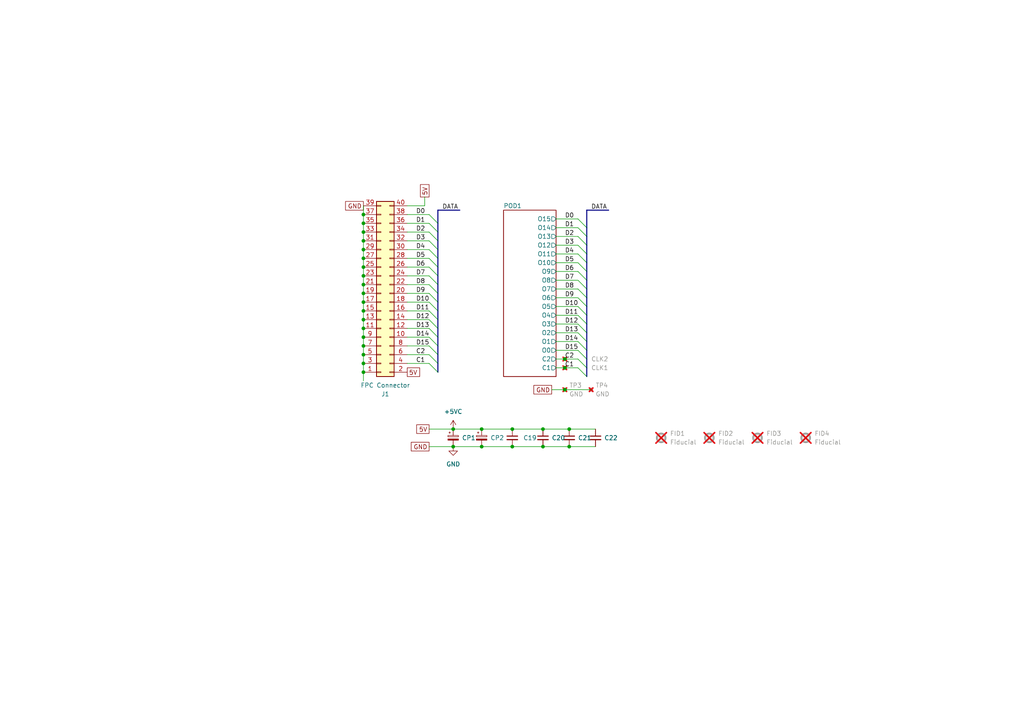
<source format=kicad_sch>
(kicad_sch (version 20231120) (generator "eeschema") (generator_version "8.0")
  (paper "A4")
  (lib_symbols
    (symbol "Connector:TestPoint_Small" (pin_numbers hide) (pin_names (offset 0.762) hide)
      (property "Reference" "TP" (at 0 3.81 0))
      (property "Value" "TestPoint_Small" (at 0 2.032 0))
      (symbol "TestPoint_Small_0_1"
        (circle (center 0 0) (radius 0.508))
      )
      (symbol "TestPoint_Small_1_1"
        (pin passive line (at 0 0 90) (length 0) (name "1") (number "1"))
      )
    )
    (symbol "Connector_Generic:Conn_02x20_Odd_Even" (pin_names (offset 1.016) hide)
      (property "Reference" "J" (at 1.27 25.4 0))
      (property "Value" "Conn_02x20_Odd_Even" (at 1.27 -27.94 0))
      (symbol "Conn_02x20_Odd_Even_1_1"
        (rectangle (start -1.27 -25.273) (end 0 -25.527) (stroke (width 0.1524)))
        (rectangle (start -1.27 -22.733) (end 0 -22.987) (stroke (width 0.1524)))
        (rectangle (start -1.27 -20.193) (end 0 -20.447) (stroke (width 0.1524)))
        (rectangle (start -1.27 -17.653) (end 0 -17.907) (stroke (width 0.1524)))
        (rectangle (start -1.27 -15.113) (end 0 -15.367) (stroke (width 0.1524)))
        (rectangle (start -1.27 -12.573) (end 0 -12.827) (stroke (width 0.1524)))
        (rectangle (start -1.27 -10.033) (end 0 -10.287) (stroke (width 0.1524)))
        (rectangle (start -1.27 -7.493) (end 0 -7.747) (stroke (width 0.1524)))
        (rectangle (start -1.27 -4.953) (end 0 -5.207) (stroke (width 0.1524)))
        (rectangle (start -1.27 -2.413) (end 0 -2.667) (stroke (width 0.1524)))
        (rectangle (start -1.27 0.127) (end 0 -0.127) (stroke (width 0.1524)))
        (rectangle (start -1.27 2.667) (end 0 2.413) (stroke (width 0.1524)))
        (rectangle (start -1.27 5.207) (end 0 4.953) (stroke (width 0.1524)))
        (rectangle (start -1.27 7.747) (end 0 7.493) (stroke (width 0.1524)))
        (rectangle (start -1.27 10.287) (end 0 10.033) (stroke (width 0.1524)))
        (rectangle (start -1.27 12.827) (end 0 12.573) (stroke (width 0.1524)))
        (rectangle (start -1.27 15.367) (end 0 15.113) (stroke (width 0.1524)))
        (rectangle (start -1.27 17.907) (end 0 17.653) (stroke (width 0.1524)))
        (rectangle (start -1.27 20.447) (end 0 20.193) (stroke (width 0.1524)))
        (rectangle (start -1.27 22.987) (end 0 22.733) (stroke (width 0.1524)))
        (rectangle (start -1.27 24.13) (end 3.81 -26.67) (stroke (width 0.254)) (fill (type background)))
        (rectangle (start 3.81 -25.273) (end 2.54 -25.527) (stroke (width 0.1524)))
        (rectangle (start 3.81 -22.733) (end 2.54 -22.987) (stroke (width 0.1524)))
        (rectangle (start 3.81 -20.193) (end 2.54 -20.447) (stroke (width 0.1524)))
        (rectangle (start 3.81 -17.653) (end 2.54 -17.907) (stroke (width 0.1524)))
        (rectangle (start 3.81 -15.113) (end 2.54 -15.367) (stroke (width 0.1524)))
        (rectangle (start 3.81 -12.573) (end 2.54 -12.827) (stroke (width 0.1524)))
        (rectangle (start 3.81 -10.033) (end 2.54 -10.287) (stroke (width 0.1524)))
        (rectangle (start 3.81 -7.493) (end 2.54 -7.747) (stroke (width 0.1524)))
        (rectangle (start 3.81 -4.953) (end 2.54 -5.207) (stroke (width 0.1524)))
        (rectangle (start 3.81 -2.413) (end 2.54 -2.667) (stroke (width 0.1524)))
        (rectangle (start 3.81 0.127) (end 2.54 -0.127) (stroke (width 0.1524)))
        (rectangle (start 3.81 2.667) (end 2.54 2.413) (stroke (width 0.1524)))
        (rectangle (start 3.81 5.207) (end 2.54 4.953) (stroke (width 0.1524)))
        (rectangle (start 3.81 7.747) (end 2.54 7.493) (stroke (width 0.1524)))
        (rectangle (start 3.81 10.287) (end 2.54 10.033) (stroke (width 0.1524)))
        (rectangle (start 3.81 12.827) (end 2.54 12.573) (stroke (width 0.1524)))
        (rectangle (start 3.81 15.367) (end 2.54 15.113) (stroke (width 0.1524)))
        (rectangle (start 3.81 17.907) (end 2.54 17.653) (stroke (width 0.1524)))
        (rectangle (start 3.81 20.447) (end 2.54 20.193) (stroke (width 0.1524)))
        (rectangle (start 3.81 22.987) (end 2.54 22.733) (stroke (width 0.1524)))
        (pin passive line (at -5.08 22.86 0) (length 3.81) (name "Pin_1") (number "1"))
        (pin passive line (at 7.62 12.7 180) (length 3.81) (name "Pin_10") (number "10"))
        (pin passive line (at -5.08 10.16 0) (length 3.81) (name "Pin_11") (number "11"))
        (pin passive line (at 7.62 10.16 180) (length 3.81) (name "Pin_12") (number "12"))
        (pin passive line (at -5.08 7.62 0) (length 3.81) (name "Pin_13") (number "13"))
        (pin passive line (at 7.62 7.62 180) (length 3.81) (name "Pin_14") (number "14"))
        (pin passive line (at -5.08 5.08 0) (length 3.81) (name "Pin_15") (number "15"))
        (pin passive line (at 7.62 5.08 180) (length 3.81) (name "Pin_16") (number "16"))
        (pin passive line (at -5.08 2.54 0) (length 3.81) (name "Pin_17") (number "17"))
        (pin passive line (at 7.62 2.54 180) (length 3.81) (name "Pin_18") (number "18"))
        (pin passive line (at -5.08 0 0) (length 3.81) (name "Pin_19") (number "19"))
        (pin passive line (at 7.62 22.86 180) (length 3.81) (name "Pin_2") (number "2"))
        (pin passive line (at 7.62 0 180) (length 3.81) (name "Pin_20") (number "20"))
        (pin passive line (at -5.08 -2.54 0) (length 3.81) (name "Pin_21") (number "21"))
        (pin passive line (at 7.62 -2.54 180) (length 3.81) (name "Pin_22") (number "22"))
        (pin passive line (at -5.08 -5.08 0) (length 3.81) (name "Pin_23") (number "23"))
        (pin passive line (at 7.62 -5.08 180) (length 3.81) (name "Pin_24") (number "24"))
        (pin passive line (at -5.08 -7.62 0) (length 3.81) (name "Pin_25") (number "25"))
        (pin passive line (at 7.62 -7.62 180) (length 3.81) (name "Pin_26") (number "26"))
        (pin passive line (at -5.08 -10.16 0) (length 3.81) (name "Pin_27") (number "27"))
        (pin passive line (at 7.62 -10.16 180) (length 3.81) (name "Pin_28") (number "28"))
        (pin passive line (at -5.08 -12.7 0) (length 3.81) (name "Pin_29") (number "29"))
        (pin passive line (at -5.08 20.32 0) (length 3.81) (name "Pin_3") (number "3"))
        (pin passive line (at 7.62 -12.7 180) (length 3.81) (name "Pin_30") (number "30"))
        (pin passive line (at -5.08 -15.24 0) (length 3.81) (name "Pin_31") (number "31"))
        (pin passive line (at 7.62 -15.24 180) (length 3.81) (name "Pin_32") (number "32"))
        (pin passive line (at -5.08 -17.78 0) (length 3.81) (name "Pin_33") (number "33"))
        (pin passive line (at 7.62 -17.78 180) (length 3.81) (name "Pin_34") (number "34"))
        (pin passive line (at -5.08 -20.32 0) (length 3.81) (name "Pin_35") (number "35"))
        (pin passive line (at 7.62 -20.32 180) (length 3.81) (name "Pin_36") (number "36"))
        (pin passive line (at -5.08 -22.86 0) (length 3.81) (name "Pin_37") (number "37"))
        (pin passive line (at 7.62 -22.86 180) (length 3.81) (name "Pin_38") (number "38"))
        (pin passive line (at -5.08 -25.4 0) (length 3.81) (name "Pin_39") (number "39"))
        (pin passive line (at 7.62 20.32 180) (length 3.81) (name "Pin_4") (number "4"))
        (pin passive line (at 7.62 -25.4 180) (length 3.81) (name "Pin_40") (number "40"))
        (pin passive line (at -5.08 17.78 0) (length 3.81) (name "Pin_5") (number "5"))
        (pin passive line (at 7.62 17.78 180) (length 3.81) (name "Pin_6") (number "6"))
        (pin passive line (at -5.08 15.24 0) (length 3.81) (name "Pin_7") (number "7"))
        (pin passive line (at 7.62 15.24 180) (length 3.81) (name "Pin_8") (number "8"))
        (pin passive line (at -5.08 12.7 0) (length 3.81) (name "Pin_9") (number "9"))
      )
    )
    (symbol "Device:C_Polarized_Small" (pin_numbers hide) (pin_names (offset 0.254) hide)
      (property "Reference" "C" (at 0.254 1.778 0))
      (property "Value" "C_Polarized_Small" (at 0.254 -2.032 0))
      (symbol "C_Polarized_Small_0_1"
        (rectangle (start -1.524 -0.3048) (end 1.524 -0.6858) (fill (type outline)))
        (rectangle (start -1.524 0.6858) (end 1.524 0.3048))
        (polyline (pts (xy -1.27 1.524) (xy -0.762 1.524)))
        (polyline (pts (xy -1.016 1.27) (xy -1.016 1.778)))
      )
      (symbol "C_Polarized_Small_1_1"
        (pin passive line (at 0 2.54 270) (length 1.8542) (name "~") (number "1"))
        (pin passive line (at 0 -2.54 90) (length 1.8542) (name "~") (number "2"))
      )
    )
    (symbol "Device:C_Small" (pin_numbers hide) (pin_names (offset 0.254) hide)
      (property "Reference" "C" (at 0.254 1.778 0))
      (property "Value" "C_Small" (at 0.254 -2.032 0))
      (symbol "C_Small_0_1"
        (polyline (pts (xy -1.524 -0.508) (xy 1.524 -0.508)) (stroke (width 0.3302)))
        (polyline (pts (xy -1.524 0.508) (xy 1.524 0.508)) (stroke (width 0.3048)))
      )
      (symbol "C_Small_1_1"
        (pin passive line (at 0 2.54 270) (length 2.032) (name "~") (number "1"))
        (pin passive line (at 0 -2.54 90) (length 2.032) (name "~") (number "2"))
      )
    )
    (symbol "Mechanical:Fiducial" (exclude_from_sim yes) (in_bom no)
      (property "Reference" "FID" (at 0 5.08 0))
      (property "Value" "Fiducial" (at 0 3.175 0))
      (symbol "Fiducial_0_1"
        (circle (center 0 0) (radius 1.27) (stroke (width 0.508)) (fill (type background)))
      )
    )
    (symbol "power:+5VD" (power) (pin_names (offset 0))
      (property "Value" "+5VD" (at 0 3.556 0))
      (symbol "+5VD_0_1"
        (polyline (pts (xy -0.762 1.27) (xy 0 2.54)))
        (polyline (pts (xy 0 0) (xy 0 2.54)))
        (polyline (pts (xy 0 2.54) (xy 0.762 1.27)))
      )
      (symbol "+5VD_1_1"
        (pin power_in line (at 0 0 90) (length 0) hide (name "+5VD") (number "1"))
      )
    )
    (symbol "power:GND" (power) (pin_names (offset 0))
      (property "Value" "GND" (at 0 -3.81 0))
      (symbol "GND_0_1"
        (polyline (pts (xy 0 0) (xy 0 -1.27) (xy 1.27 -1.27) (xy 0 -2.54) (xy -1.27 -1.27) (xy 0 -1.27)))
      )
      (symbol "GND_1_1"
        (pin power_in line (at 0 0 270) (length 0) hide (name "GND") (number "1"))
      )
    )
  )
  (junction (at 105.41 85.09))
  (junction (at 131.445 129.54))
  (junction (at 163.83 106.68))
  (junction (at 105.41 100.33))
  (junction (at 105.41 87.63))
  (junction (at 105.41 102.87))
  (junction (at 131.445 124.46))
  (junction (at 105.41 72.39))
  (junction (at 105.41 67.31))
  (junction (at 157.48 129.54))
  (junction (at 148.59 129.54))
  (junction (at 105.41 77.47))
  (junction (at 105.41 105.41))
  (junction (at 105.41 69.85))
  (junction (at 165.1 129.54))
  (junction (at 148.59 124.46))
  (junction (at 163.83 113.03))
  (junction (at 105.41 64.77))
  (junction (at 139.7 129.54))
  (junction (at 105.41 62.23))
  (junction (at 105.41 97.79))
  (junction (at 105.41 74.93))
  (junction (at 105.41 82.55))
  (junction (at 105.41 107.95))
  (junction (at 105.41 80.01))
  (junction (at 157.48 124.46))
  (junction (at 163.83 104.14))
  (junction (at 165.1 124.46))
  (junction (at 139.7 124.46))
  (junction (at 105.41 90.17))
  (junction (at 105.41 95.25))
  (junction (at 105.41 92.71))
  (bus_entry (at 167.64 101.6) (size 2.54 2.54))
  (bus_entry (at 167.64 104.14) (size 2.54 2.54))
  (bus_entry (at 124.46 105.41) (size 2.54 2.54))
  (bus_entry (at 124.46 67.31) (size 2.54 2.54))
  (bus_entry (at 167.64 99.06) (size 2.54 2.54))
  (bus_entry (at 124.46 90.17) (size 2.54 2.54))
  (bus_entry (at 124.46 82.55) (size 2.54 2.54))
  (bus_entry (at 167.64 76.2) (size 2.54 2.54))
  (bus_entry (at 167.64 68.58) (size 2.54 2.54))
  (bus_entry (at 167.64 71.12) (size 2.54 2.54))
  (bus_entry (at 124.46 62.23) (size 2.54 2.54))
  (bus_entry (at 124.46 100.33) (size 2.54 2.54))
  (bus_entry (at 167.64 93.98) (size 2.54 2.54))
  (bus_entry (at 124.46 77.47) (size 2.54 2.54))
  (bus_entry (at 167.64 86.36) (size 2.54 2.54))
  (bus_entry (at 124.46 69.85) (size 2.54 2.54))
  (bus_entry (at 167.64 91.44) (size 2.54 2.54))
  (bus_entry (at 124.46 74.93) (size 2.54 2.54))
  (bus_entry (at 124.46 92.71) (size 2.54 2.54))
  (bus_entry (at 124.46 95.25) (size 2.54 2.54))
  (bus_entry (at 167.64 88.9) (size 2.54 2.54))
  (bus_entry (at 124.46 97.79) (size 2.54 2.54))
  (bus_entry (at 167.64 106.68) (size 2.54 2.54))
  (bus_entry (at 167.64 73.66) (size 2.54 2.54))
  (bus_entry (at 124.46 85.09) (size 2.54 2.54))
  (bus_entry (at 124.46 102.87) (size 2.54 2.54))
  (bus_entry (at 167.64 96.52) (size 2.54 2.54))
  (bus_entry (at 124.46 80.01) (size 2.54 2.54))
  (bus_entry (at 167.64 63.5) (size 2.54 2.54))
  (bus_entry (at 124.46 64.77) (size 2.54 2.54))
  (bus_entry (at 124.46 87.63) (size 2.54 2.54))
  (bus_entry (at 167.64 81.28) (size 2.54 2.54))
  (bus_entry (at 167.64 83.82) (size 2.54 2.54))
  (bus_entry (at 124.46 72.39) (size 2.54 2.54))
  (bus_entry (at 167.64 66.04) (size 2.54 2.54))
  (bus_entry (at 167.64 78.74) (size 2.54 2.54))
  (bus (pts (xy 176.53 60.96) (xy 170.18 60.96)))
  (wire (pts (xy 139.7 124.46) (xy 148.59 124.46)))
  (wire (pts (xy 118.11 102.87) (xy 124.46 102.87)))
  (wire (pts (xy 118.11 69.85) (xy 124.46 69.85)))
  (wire (pts (xy 118.11 87.63) (xy 124.46 87.63)))
  (wire (pts (xy 118.11 80.01) (xy 124.46 80.01)))
  (bus (pts (xy 170.18 104.14) (xy 170.18 106.68)))
  (bus (pts (xy 170.18 78.74) (xy 170.18 81.28)))
  (wire (pts (xy 123.19 59.69) (xy 118.11 59.69)))
  (bus (pts (xy 127 87.63) (xy 127 90.17)))
  (wire (pts (xy 118.11 97.79) (xy 124.46 97.79)))
  (wire (pts (xy 161.29 81.28) (xy 167.64 81.28)))
  (wire (pts (xy 105.41 95.25) (xy 105.41 97.79)))
  (bus (pts (xy 127 64.77) (xy 127 67.31)))
  (wire (pts (xy 131.445 124.46) (xy 139.7 124.46)))
  (wire (pts (xy 161.29 104.14) (xy 163.83 104.14)))
  (wire (pts (xy 161.29 91.44) (xy 167.64 91.44)))
  (bus (pts (xy 170.18 66.04) (xy 170.18 68.58)))
  (wire (pts (xy 161.29 101.6) (xy 167.64 101.6)))
  (bus (pts (xy 127 92.71) (xy 127 95.25)))
  (wire (pts (xy 161.29 96.52) (xy 167.64 96.52)))
  (wire (pts (xy 123.19 57.15) (xy 123.19 59.69)))
  (bus (pts (xy 127 100.33) (xy 127 102.87)))
  (bus (pts (xy 127 72.39) (xy 127 74.93)))
  (wire (pts (xy 118.11 64.77) (xy 124.46 64.77)))
  (wire (pts (xy 157.48 124.46) (xy 165.1 124.46)))
  (wire (pts (xy 105.41 105.41) (xy 105.41 107.95)))
  (bus (pts (xy 170.18 101.6) (xy 170.18 104.14)))
  (bus (pts (xy 170.18 71.12) (xy 170.18 73.66)))
  (wire (pts (xy 105.41 107.95) (xy 105.41 110.49)))
  (wire (pts (xy 118.11 74.93) (xy 124.46 74.93)))
  (wire (pts (xy 105.41 59.69) (xy 105.41 62.23)))
  (bus (pts (xy 170.18 99.06) (xy 170.18 101.6)))
  (wire (pts (xy 118.11 82.55) (xy 124.46 82.55)))
  (wire (pts (xy 131.445 129.54) (xy 139.7 129.54)))
  (wire (pts (xy 105.41 92.71) (xy 105.41 95.25)))
  (bus (pts (xy 170.18 60.96) (xy 170.18 66.04)))
  (wire (pts (xy 161.29 71.12) (xy 167.64 71.12)))
  (wire (pts (xy 160.02 113.03) (xy 163.83 113.03)))
  (bus (pts (xy 127 105.41) (xy 127 107.95)))
  (wire (pts (xy 105.41 102.87) (xy 105.41 105.41)))
  (wire (pts (xy 105.41 85.09) (xy 105.41 87.63)))
  (bus (pts (xy 170.18 106.68) (xy 170.18 109.22)))
  (bus (pts (xy 170.18 83.82) (xy 170.18 86.36)))
  (bus (pts (xy 127 85.09) (xy 127 87.63)))
  (wire (pts (xy 148.59 124.46) (xy 157.48 124.46)))
  (wire (pts (xy 161.29 83.82) (xy 167.64 83.82)))
  (bus (pts (xy 127 97.79) (xy 127 100.33)))
  (wire (pts (xy 105.41 97.79) (xy 105.41 100.33)))
  (wire (pts (xy 148.59 129.54) (xy 157.48 129.54)))
  (bus (pts (xy 170.18 81.28) (xy 170.18 83.82)))
  (bus (pts (xy 170.18 88.9) (xy 170.18 91.44)))
  (wire (pts (xy 105.41 74.93) (xy 105.41 77.47)))
  (wire (pts (xy 105.41 80.01) (xy 105.41 82.55)))
  (wire (pts (xy 105.41 67.31) (xy 105.41 69.85)))
  (bus (pts (xy 170.18 68.58) (xy 170.18 71.12)))
  (bus (pts (xy 127 102.87) (xy 127 105.41)))
  (bus (pts (xy 127 90.17) (xy 127 92.71)))
  (bus (pts (xy 127 82.55) (xy 127 85.09)))
  (wire (pts (xy 161.29 76.2) (xy 167.64 76.2)))
  (wire (pts (xy 161.29 63.5) (xy 167.64 63.5)))
  (wire (pts (xy 139.7 129.54) (xy 148.59 129.54)))
  (wire (pts (xy 118.11 67.31) (xy 124.46 67.31)))
  (wire (pts (xy 105.41 87.63) (xy 105.41 90.17)))
  (wire (pts (xy 105.41 100.33) (xy 105.41 102.87)))
  (wire (pts (xy 165.1 124.46) (xy 172.72 124.46)))
  (wire (pts (xy 161.29 106.68) (xy 163.83 106.68)))
  (wire (pts (xy 161.29 88.9) (xy 167.64 88.9)))
  (wire (pts (xy 161.29 73.66) (xy 167.64 73.66)))
  (wire (pts (xy 161.29 86.36) (xy 167.64 86.36)))
  (wire (pts (xy 118.11 77.47) (xy 124.46 77.47)))
  (wire (pts (xy 124.46 124.46) (xy 131.445 124.46)))
  (wire (pts (xy 163.83 104.14) (xy 167.64 104.14)))
  (wire (pts (xy 105.41 82.55) (xy 105.41 85.09)))
  (bus (pts (xy 170.18 76.2) (xy 170.18 78.74)))
  (wire (pts (xy 118.11 105.41) (xy 124.46 105.41)))
  (bus (pts (xy 127 67.31) (xy 127 69.85)))
  (wire (pts (xy 161.29 66.04) (xy 167.64 66.04)))
  (wire (pts (xy 118.11 85.09) (xy 124.46 85.09)))
  (wire (pts (xy 105.41 77.47) (xy 105.41 80.01)))
  (wire (pts (xy 163.83 106.68) (xy 167.64 106.68)))
  (wire (pts (xy 105.41 90.17) (xy 105.41 92.71)))
  (wire (pts (xy 118.11 62.23) (xy 124.46 62.23)))
  (wire (pts (xy 105.41 72.39) (xy 105.41 74.93)))
  (wire (pts (xy 118.11 100.33) (xy 124.46 100.33)))
  (wire (pts (xy 165.1 129.54) (xy 172.72 129.54)))
  (bus (pts (xy 170.18 91.44) (xy 170.18 93.98)))
  (wire (pts (xy 161.29 78.74) (xy 167.64 78.74)))
  (wire (pts (xy 161.29 99.06) (xy 167.64 99.06)))
  (wire (pts (xy 163.83 113.03) (xy 171.45 113.03)))
  (bus (pts (xy 170.18 86.36) (xy 170.18 88.9)))
  (wire (pts (xy 118.11 92.71) (xy 124.46 92.71)))
  (wire (pts (xy 105.41 69.85) (xy 105.41 72.39)))
  (bus (pts (xy 170.18 73.66) (xy 170.18 76.2)))
  (bus (pts (xy 127 80.01) (xy 127 82.55)))
  (wire (pts (xy 118.11 72.39) (xy 124.46 72.39)))
  (wire (pts (xy 161.29 93.98) (xy 167.64 93.98)))
  (bus (pts (xy 170.18 96.52) (xy 170.18 99.06)))
  (bus (pts (xy 127 69.85) (xy 127 72.39)))
  (wire (pts (xy 105.41 62.23) (xy 105.41 64.77)))
  (wire (pts (xy 161.29 68.58) (xy 167.64 68.58)))
  (wire (pts (xy 118.11 90.17) (xy 124.46 90.17)))
  (wire (pts (xy 124.46 129.54) (xy 131.445 129.54)))
  (bus (pts (xy 170.18 93.98) (xy 170.18 96.52)))
  (wire (pts (xy 105.41 64.77) (xy 105.41 67.31)))
  (bus (pts (xy 127 74.93) (xy 127 77.47)))
  (wire (pts (xy 157.48 129.54) (xy 165.1 129.54)))
  (bus (pts (xy 127 77.47) (xy 127 80.01)))
  (wire (pts (xy 118.11 95.25) (xy 124.46 95.25)))
  (bus (pts (xy 127 60.96) (xy 127 64.77)))
  (bus (pts (xy 127 95.25) (xy 127 97.79)))
  (bus (pts (xy 133.35 60.96) (xy 127 60.96)))
  (label "D2" (at 163.83 68.58 0))
  (label "D8" (at 120.65 82.55 0))
  (label "D6" (at 163.83 78.74 0))
  (label "D15" (at 120.65 100.33 0))
  (label "D11" (at 120.65 90.17 0))
  (label "D12" (at 163.83 93.98 0))
  (label "D13" (at 163.83 96.52 0))
  (label "D8" (at 163.83 83.82 0))
  (label "D15" (at 163.83 101.6 0))
  (label "D2" (at 120.65 67.31 0))
  (label "D0" (at 120.65 62.23 0))
  (label "D4" (at 120.65 72.39 0))
  (label "DATA" (at 128.27 60.96 0))
  (label "D1" (at 163.83 66.04 0))
  (label "D7" (at 163.83 81.28 0))
  (label "D7" (at 120.65 80.01 0))
  (label "D1" (at 120.65 64.77 0))
  (label "D6" (at 120.65 77.47 0))
  (label "D9" (at 163.83 86.36 0))
  (label "D0" (at 163.83 63.5 0))
  (label "D10" (at 163.83 88.9 0))
  (label "D12" (at 120.65 92.71 0))
  (label "C2" (at 163.83 104.14 0))
  (label "D10" (at 120.65 87.63 0))
  (label "D14" (at 120.65 97.79 0))
  (label "D5" (at 120.65 74.93 0))
  (label "DATA" (at 171.45 60.96 0))
  (label "D3" (at 163.83 71.12 0))
  (label "D11" (at 163.83 91.44 0))
  (label "C1" (at 163.83 106.68 0))
  (label "D4" (at 163.83 73.66 0))
  (label "D5" (at 163.83 76.2 0))
  (label "D14" (at 163.83 99.06 0))
  (label "C2" (at 120.65 102.87 0))
  (label "D3" (at 120.65 69.85 0))
  (label "D13" (at 120.65 95.25 0))
  (label "D9" (at 120.65 85.09 0))
  (label "C1" (at 120.65 105.41 0))
  (global_label "GND" (shape passive) (at 160.02 113.03 180) (property "Intersheetrefs" "${INTERSHEET_REFS}" (effects (hide yes))))
  (global_label "5V" (shape passive) (at 124.46 124.46 180) (property "Intersheetrefs" "${INTERSHEET_REFS}" (effects (hide yes))))
  (global_label "5V" (shape passive) (at 118.11 107.95 0) (property "Intersheetrefs" "${INTERSHEET_REFS}" (effects (hide yes))))
  (global_label "5V" (shape passive) (at 123.19 57.15 90) (property "Intersheetrefs" "${INTERSHEET_REFS}" (effects (hide yes))))
  (global_label "GND" (shape passive) (at 105.41 59.69 180) (property "Intersheetrefs" "${INTERSHEET_REFS}" (effects (hide yes))))
  (global_label "GND" (shape passive) (at 124.46 129.54 180) (property "Intersheetrefs" "${INTERSHEET_REFS}" (effects (hide yes))))
  (symbol (lib_id "Connector:TestPoint_Small") (at 163.83 104.14 0) (mirror x) (unit 1) (in_bom no) (dnp yes)
    (property "Reference" "TP1" (effects (hide yes)))
    (property "Value" "CLK2" (at 171.45 104.14 0) (effects (justify left)))
    (property "Footprint" "TestPoint:TestPoint_THTPad_1.0x1.0mm_Drill0.5mm" (effects (hide yes)))
    (property "Description" "test point" (effects (hide yes)))
  )
  (symbol (lib_id "Connector_Generic:Conn_02x20_Odd_Even") (at 110.49 85.09 0) (mirror x) (unit 1)
    (property "Reference" "J1" (at 111.76 114.3 0))
    (property "Value" "FPC Connector" (at 111.76 111.76 0))
    (property "Footprint" "Connector_FFC-FPC:Hirose_FH12-40S-0.5SH_1x40-1MP_P0.50mm_Horizontal" (effects (hide yes)))
  )
  (symbol (lib_id "Device:C_Polarized_Small") (at 139.7 127 0) (unit 1)
    (property "Reference" "CP2" (at 142.24 127 0) (effects (justify left)))
    (property "Value" "PPWR" (effects (hide yes)))
    (property "Footprint" "Capacitor_Tantalum_SMD:CP_EIA-7343-31_Kemet-D" (effects (hide yes)))
    (property "Mouser Part Number" "667-EEF-CS1D100R" (effects (hide yes)))
  )
  (symbol (lib_id "Mechanical:Fiducial") (at 205.74 127 0) (unit 1) (exclude_from_sim yes) (in_bom no) (dnp yes)
    (property "Reference" "FID2" (at 208.28 125.7299 0) (effects (justify left)))
    (property "Value" "Fiducial" (at 208.28 128.2699 0) (effects (justify left)))
    (property "Description" "Fiducial Marker" (effects (hide yes)))
  )
  (symbol (lib_id "Device:C_Small") (at 172.72 127 0) (unit 1)
    (property "Reference" "C22" (at 175.26 127.0062 0) (effects (justify left)))
    (property "Value" "1uF PWR" (effects (hide yes)))
    (property "Footprint" "Capacitor_SMD:C_1206_3216Metric_Pad1.33x1.80mm_HandSolder" (effects (hide yes)))
    (property "Mouser Part Number" "80-C1206X104G4HACTU" (effects (hide yes)))
  )
  (symbol (lib_id "Mechanical:Fiducial") (at 219.71 127 0) (unit 1) (exclude_from_sim yes) (in_bom no) (dnp yes)
    (property "Reference" "FID3" (at 222.25 125.7299 0) (effects (justify left)))
    (property "Value" "Fiducial" (at 222.25 128.2699 0) (effects (justify left)))
    (property "Description" "Fiducial Marker" (effects (hide yes)))
  )
  (symbol (lib_id "Connector:TestPoint_Small") (at 171.45 113.03 0) (unit 1) (in_bom no) (dnp yes)
    (property "Reference" "TP4" (at 172.72 111.7599 0) (effects (justify left)))
    (property "Value" "GND" (at 172.72 114.2999 0) (effects (justify left)))
    (property "Footprint" "TestPoint:TestPoint_THTPad_1.0x1.0mm_Drill0.5mm" (effects (hide yes)))
    (property "Description" "test point" (effects (hide yes)))
  )
  (symbol (lib_id "Connector:TestPoint_Small") (at 163.83 113.03 0) (unit 1) (in_bom no) (dnp yes)
    (property "Reference" "TP3" (at 165.1 111.7599 0) (effects (justify left)))
    (property "Value" "GND" (at 165.1 114.2999 0) (effects (justify left)))
    (property "Footprint" "TestPoint:TestPoint_THTPad_1.0x1.0mm_Drill0.5mm" (effects (hide yes)))
    (property "Description" "test point" (effects (hide yes)))
  )
  (symbol (lib_id "Device:C_Small") (at 157.48 127 0) (unit 1)
    (property "Reference" "C20" (at 160.02 127.0062 0) (effects (justify left)))
    (property "Value" "1uF PWR" (effects (hide yes)))
    (property "Footprint" "Capacitor_SMD:C_1206_3216Metric_Pad1.33x1.80mm_HandSolder" (effects (hide yes)))
    (property "Mouser Part Number" "80-C1206X104G4HACTU" (effects (hide yes)))
  )
  (symbol (lib_id "Device:C_Small") (at 165.1 127 0) (unit 1)
    (property "Reference" "C21" (at 167.64 127.0062 0) (effects (justify left)))
    (property "Value" "1uF PWR" (effects (hide yes)))
    (property "Footprint" "Capacitor_SMD:C_1206_3216Metric_Pad1.33x1.80mm_HandSolder" (effects (hide yes)))
    (property "Mouser Part Number" "80-C1206X104G4HACTU" (effects (hide yes)))
  )
  (symbol (lib_id "Mechanical:Fiducial") (at 191.77 127 0) (unit 1) (exclude_from_sim yes) (in_bom no) (dnp yes)
    (property "Reference" "FID1" (at 194.31 125.7299 0) (effects (justify left)))
    (property "Value" "Fiducial" (at 194.31 128.2699 0) (effects (justify left)))
    (property "Description" "Fiducial Marker" (effects (hide yes)))
  )
  (symbol (lib_id "Mechanical:Fiducial") (at 233.68 127 0) (unit 1) (exclude_from_sim yes) (in_bom no) (dnp yes)
    (property "Reference" "FID4" (at 236.22 125.7299 0) (effects (justify left)))
    (property "Value" "Fiducial" (at 236.22 128.2699 0) (effects (justify left)))
    (property "Description" "Fiducial Marker" (effects (hide yes)))
  )
  (symbol (lib_id "Device:C_Polarized_Small") (at 131.445 127 0) (unit 1)
    (property "Reference" "CP1" (at 133.985 127 0) (effects (justify left)))
    (property "Value" "PPWR" (effects (hide yes)))
    (property "Footprint" "Capacitor_Tantalum_SMD:CP_EIA-7343-31_Kemet-D" (effects (hide yes)))
    (property "Mouser Part Number" "667-EEF-CS1D100R" (effects (hide yes)))
  )
  (symbol (lib_id "power:+5VD") (at 131.445 124.46 0) (unit 1)
    (property "Reference" "#PWR01" (effects (hide yes)))
    (property "Value" "+5VC" (at 131.445 119.38 0))
  )
  (symbol (lib_id "Device:C_Small") (at 148.59 127 0) (unit 1)
    (property "Reference" "C19" (at 151.765 127.0062 0) (effects (justify left)))
    (property "Value" "1uF PWR" (effects (hide yes)))
    (property "Footprint" "Capacitor_SMD:C_1206_3216Metric_Pad1.33x1.80mm_HandSolder" (effects (hide yes)))
    (property "Mouser Part Number" "80-C1206X104G4HACTU" (effects (hide yes)))
  )
  (symbol (lib_id "Connector:TestPoint_Small") (at 163.83 106.68 0) (mirror x) (unit 1) (in_bom no) (dnp yes)
    (property "Reference" "TP2" (effects (hide yes)))
    (property "Value" "CLK1" (at 171.45 106.68 0) (effects (justify left)))
    (property "Footprint" "TestPoint:TestPoint_THTPad_1.0x1.0mm_Drill0.5mm" (effects (hide yes)))
    (property "Description" "test point" (effects (hide yes)))
  )
  (symbol (lib_id "power:GND") (at 131.445 129.54 0) (unit 1)
    (property "Reference" "#PWR02" (effects (hide yes)))
    (property "Value" "GND" (at 131.445 134.62 0))
  )
  (sheet (at 146.05 60.96) (size 15.24 48.26) (stroke (width 0.1524))
    (property "Sheetname" "POD1" (at 146.05 60.452 0) (effects (justify left bottom)))
    (property "Sheetfile" "pod.kicad_sch" (effects (hide yes)))
    (pin "O15" output (at 161.29 63.5 0))
    (pin "O12" output (at 161.29 71.12 0))
    (pin "O13" output (at 161.29 68.58 0))
    (pin "O10" output (at 161.29 76.2 0))
    (pin "O11" output (at 161.29 73.66 0))
    (pin "O2" output (at 161.29 96.52 0))
    (pin "O5" output (at 161.29 88.9 0))
    (pin "O3" output (at 161.29 93.98 0))
    (pin "O4" output (at 161.29 91.44 0))
    (pin "O1" output (at 161.29 99.06 0))
    (pin "C2" output (at 161.29 104.14 0))
    (pin "C1" output (at 161.29 106.68 0))
    (pin "O0" output (at 161.29 101.6 0))
    (pin "O7" output (at 161.29 83.82 0))
    (pin "O8" output (at 161.29 81.28 0))
    (pin "O9" output (at 161.29 78.74 0))
    (pin "O6" output (at 161.29 86.36 0))
    (pin "O14" output (at 161.29 66.04 0))
  )
)
</source>
